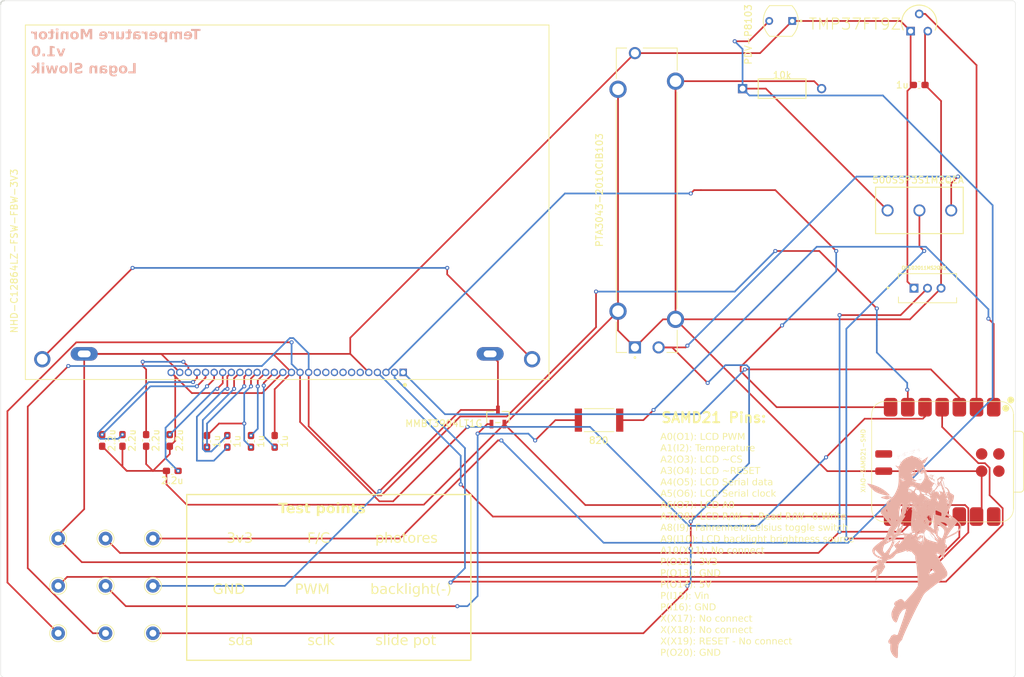
<source format=kicad_pcb>
(kicad_pcb (version 20241229) (generator "pcbnew") (generator_version "9.0")
  (layers (0 "F.Cu" signal) (2 "B.Cu" signal) (13 "F.Paste" user) (15 "B.Paste" user) (5 "F.SilkS" user "F.Silkscreen") (7 "B.SilkS" user "B.Silkscreen") (1 "F.Mask" user) (3 "B.Mask" user) (25 "Edge.Cuts" user))
  (net 0 "")
  (net 1 "GND")
  (net 2 "Net-(DS1-V0)")
  (net 3 "Net-(DS1-V1)")
  (net 4 "Net-(DS1-V2)")
  (net 5 "Net-(DS1-V3)")
  (net 6 "Net-(DS1-V4)")
  (net 8 "Net-(DS1-~{RES})")
  (net 10 "Net-(DS1-C86)")
  (net 12 "Net-(U3-PA4_A1_D1)")
  (net 14 "Net-(DS1-VOUT)")
  (net 15 "Net-(DS1-~{CS1})")
  (net 17 "Net-(DS1-CAP1P)")
  (net 19 "Net-(DS1-A0)")
  (net 20 "Net-(DS1-CAP1N)")
  (net 21 "Net-(DS1-CAP3P)")
  (net 22 "Net-(DS1-CAP2N)")
  (net 23 "Net-(DS1-CAP2P)")
  (net 25 "Net-(DS1-DB7)")
  (net 26 "Net-(DS1-~{WR}{slash}R{slash}W)")
  (net 28 "Net-(U3-PA02_A0_D0)")
  (net 32 "Net-(DS1-DB6)")
  (net 34 "/bc2")
  (net 35 "/bc1")
  (net 36 "Net-(U3-PA7_A8_D8_SCK)")
  (net 37 "Net-(U3-PA5_A9_D9_MISO)")
  (net 38 "Net-(U1-COLLECTOR)")
  (net 39 "Net-(U1-BASE)")
  (footprint "1_my_custom_library:onOffOn" (layer "F.Cu") (at 171.599999 56.5 90)
    (property "Reference" "SW1" (hide yes))
    (property "Value" "500SSP3S1M2QEA" (at 4.5 4.5 0) (layer "F.SilkS"))
    (pad "1" thru_hole circle (at 0 0 90) (size 1.778 1.778) (drill 1.27) (layers "*.Cu" "*.Mask") (net 35 "/bc1"))
    (pad "2" thru_hole circle (at 0 4.700001 90) (size 1.778 1.778) (drill 1.27) (layers "*.Cu" "*.Mask") (net 37 "Net-(U3-PA5_A9_D9_MISO)"))
    (pad "3" thru_hole circle (at 0 9.400001 90) (size 1.778 1.778) (drill 1.27) (layers "*.Cu" "*.Mask") (net 34 "/bc2"))
  )
  (footprint "1_my_custom_library:SOT-23_3L_ONS" (layer "F.Cu") (at 114 87.0414)
    (property "Reference" "U1" (hide yes))
    (property "Value" "MMBT3904LT1G" (at -8 0.9586 0) (layer "F.SilkS"))
    (pad "1" smd rect (at -0.9525 1.0414) (size 0.5588 1.27) (layers "F.Cu" "F.Mask" "F.Paste") (net 39 "Net-(U1-BASE)"))
    (pad "2" smd rect (at 0.9525 1.0414) (size 0.5588 1.27) (layers "F.Cu" "F.Mask" "F.Paste") (net 1 "GND"))
    (pad "3" smd rect (at 0 -1.0414) (size 0.5588 1.27) (layers "F.Cu" "F.Mask" "F.Paste") (net 38 "Net-(U1-COLLECTOR)"))
  )
  (footprint "Capacitor_SMD:C_0603_1608Metric_Pad1.08x0.95mm_HandSolder" (layer "F.Cu") (at 71 90.6375 90)
    (property "Reference" "C10" (hide yes))
    (property "Value" "1u" (at 0 1.43 90) (layer "F.SilkS"))
    (pad "1" smd roundrect (at -0.8625 0 90) (size 1.075 0.95) (layers "F.Cu" "F.Mask" "F.Paste") (net 17 "Net-(DS1-CAP1P)"))
    (pad "2" smd roundrect (at 0.8625 0 90) (size 1.075 0.95) (layers "F.Cu" "F.Mask" "F.Paste") (net 20 "Net-(DS1-CAP1N)"))
  )
  (footprint "Capacitor_SMD:C_0603_1608Metric_Pad1.08x0.95mm_HandSolder" (layer "F.Cu") (at 176.27 37.96 180)
    (property "Reference" "RF_interceptor1" (hide yes))
    (property "Value" "1u" (at 2.5 0 0) (layer "F.SilkS"))
    (pad "1" smd roundrect (at -0.8625 0 180) (size 1.075 0.95) (layers "F.Cu" "F.Mask" "F.Paste") (net 1 "GND"))
    (pad "2" smd roundrect (at 0.8625 0 180) (size 1.075 0.95) (layers "F.Cu" "F.Mask" "F.Paste") (net 10 "Net-(DS1-C86)"))
  )
  (footprint "Capacitor_SMD:C_0603_1608Metric_Pad1.08x0.95mm_HandSolder" (layer "F.Cu") (at 77.5 90.6375 90)
    (property "Reference" "C11" (hide yes))
    (property "Value" "1u" (at 0 1.43 90) (layer "F.SilkS"))
    (pad "1" smd roundrect (at -0.8625 0 90) (size 1.075 0.95) (layers "F.Cu" "F.Mask" "F.Paste") (net 20 "Net-(DS1-CAP1N)"))
    (pad "2" smd roundrect (at 0.8625 0 90) (size 1.075 0.95) (layers "F.Cu" "F.Mask" "F.Paste") (net 21 "Net-(DS1-CAP3P)"))
  )
  (footprint "Connector_Pin:Pin_D1.0mm_L10.0mm" (layer "F.Cu") (at 63 105)
    (property "Reference" "TP3" (hide yes))
    (property "Value" "photoresistor_TP" (hide yes))
    (pad "1" thru_hole circle (at 0 0) (size 2 2) (drill 1) (layers "*.Cu" "*.Mask") (net 35 "/bc1"))
  )
  (footprint "Capacitor_SMD:C_0603_1608Metric_Pad1.08x0.95mm_HandSolder" (layer "F.Cu") (at 62 90.5 90)
    (property "Reference" "C4" (hide yes))
    (property "Value" "2.2u" (at 0 1.43 90) (layer "F.SilkS"))
    (pad "1" smd roundrect (at -0.8625 0 90) (size 1.075 0.95) (layers "F.Cu" "F.Mask" "F.Paste") (net 1 "GND"))
    (pad "2" smd roundrect (at 0.8625 0 90) (size 1.075 0.95) (layers "F.Cu" "F.Mask" "F.Paste") (net 2 "Net-(DS1-V0)"))
  )
  (footprint "Connector_Pin:Pin_D1.0mm_L10.0mm" (layer "F.Cu") (at 49 105)
    (property "Reference" "TP9" (hide yes))
    (property "Value" "3v3_TP" (hide yes))
    (pad "1" thru_hole circle (at 0 0) (size 2 2) (drill 1) (layers "*.Cu" "*.Mask") (net 10 "Net-(DS1-C86)"))
  )
  (footprint "Connector_Pin:Pin_D1.0mm_L10.0mm" (layer "F.Cu") (at 63 112)
    (property "Reference" "TP5" (hide yes))
    (property "Value" "K_TP" (hide yes))
    (pad "1" thru_hole circle (at 0 0) (size 2 2) (drill 1) (layers "*.Cu" "*.Mask") (net 38 "Net-(U1-COLLECTOR)"))
  )
  (footprint "1_my_custom_library:LCD_NHD-C12864LZ-FSW-FBW-3V3" (layer "F.Cu") (at 82.8483 81.497)
    (property "Reference" "DS1" (hide yes))
    (property "Value" "NHD-C12864LZ-FSW-FBW-3V3" (at -40.3483 -18.997 90) (layer "F.SilkS"))
    (pad "1" thru_hole rect (at 17.145 -1.05) (size 1.1 1.1) (drill 0.7) (layers "*.Cu" "*.Mask") (net 15 "Net-(DS1-~{CS1})"))
    (pad "2" thru_hole circle (at 15.875 -1.05) (size 1.1 1.1) (drill 0.7) (layers "*.Cu" "*.Mask") (net 8 "Net-(DS1-~{RES})"))
    (pad "3" thru_hole circle (at 14.605 -1.05) (size 1.1 1.1) (drill 0.7) (layers "*.Cu" "*.Mask") (net 19 "Net-(DS1-A0)"))
    (pad "4" thru_hole circle (at 13.335 -1.05) (size 1.1 1.1) (drill 0.7) (layers "*.Cu" "*.Mask") (net 26 "Net-(DS1-~{WR}{slash}R{slash}W)"))
    (pad "5" thru_hole circle (at 12.065 -1.05) (size 1.1 1.1) (drill 0.7) (layers "*.Cu" "*.Mask") (net 10 "Net-(DS1-C86)"))
    (pad "6" thru_hole circle (at 10.795 -1.05) (size 1.1 1.1) (drill 0.7) (layers "*.Cu" "*.Mask"))
    (pad "7" thru_hole circle (at 9.525 -1.05) (size 1.1 1.1) (drill 0.7) (layers "*.Cu" "*.Mask"))
    (pad "8" thru_hole circle (at 8.255 -1.05) (size 1.1 1.1) (drill 0.7) (layers "*.Cu" "*.Mask"))
    (pad "9" thru_hole circle (at 6.985 -1.05) (size 1.1 1.1) (drill 0.7) (layers "*.Cu" "*.Mask"))
    (pad "10" thru_hole circle (at 5.715 -1.05) (size 1.1 1.1) (drill 0.7) (layers "*.Cu" "*.Mask"))
    (pad "11" thru_hole circle (at 4.445 -1.05) (size 1.1 1.1) (drill 0.7) (layers "*.Cu" "*.Mask"))
    (pad "12" thru_hole circle (at 3.175 -1.05) (size 1.1 1.1) (drill 0.7) (layers "*.Cu" "*.Mask") (net 32 "Net-(DS1-DB6)"))
    (pad "13" thru_hole circle (at 1.905 -1.05) (size 1.1 1.1) (drill 0.7) (layers "*.Cu" "*.Mask") (net 25 "Net-(DS1-DB7)"))
    (pad "14" thru_hole circle (at 0.635 -1.05) (size 1.1 1.1) (drill 0.7) (layers "*.Cu" "*.Mask") (net 10 "Net-(DS1-C86)"))
    (pad "15" thru_hole circle (at -0.635 -1.05) (size 1.1 1.1) (drill 0.7) (layers "*.Cu" "*.Mask") (net 1 "GND"))
    (pad "16" thru_hole circle (at -1.905 -1.05) (size 1.1 1.1) (drill 0.7) (layers "*.Cu" "*.Mask") (net 14 "Net-(DS1-VOUT)"))
    (pad "17" thru_hole circle (at -3.175 -1.05) (size 1.1 1.1) (drill 0.7) (layers "*.Cu" "*.Mask") (net 21 "Net-(DS1-CAP3P)"))
    (pad "18" thru_hole circle (at -4.445 -1.05) (size 1.1 1.1) (drill 0.7) (layers "*.Cu" "*.Mask") (net 20 "Net-(DS1-CAP1N)"))
    (pad "19" thru_hole circle (at -5.715 -1.05) (size 1.1 1.1) (drill 0.7) (layers "*.Cu" "*.Mask") (net 17 "Net-(DS1-CAP1P)"))
    (pad "20" thru_hole circle (at -6.985 -1.05) (size 1.1 1.1) (drill 0.7) (layers "*.Cu" "*.Mask") (net 23 "Net-(DS1-CAP2P)"))
    (pad "21" thru_hole circle (at -8.255 -1.05) (size 1.1 1.1) (drill 0.7) (layers "*.Cu" "*.Mask") (net 22 "Net-(DS1-CAP2N)"))
    (pad "22" thru_hole circle (at -9.525 -1.05) (size 1.1 1.1) (drill 0.7) (layers "*.Cu" "*.Mask") (net 6 "Net-(DS1-V4)"))
    (pad "23" thru_hole circle (at -10.795 -1.05) (size 1.1 1.1) (drill 0.7) (layers "*.Cu" "*.Mask") (net 5 "Net-(DS1-V3)"))
    (pad "24" thru_hole circle (at -12.065 -1.05) (size 1.1 1.1) (drill 0.7) (layers "*.Cu" "*.Mask") (net 4 "Net-(DS1-V2)"))
    (pad "25" thru_hole circle (at -13.335 -1.05) (size 1.1 1.1) (drill 0.7) (layers "*.Cu" "*.Mask") (net 3 "Net-(DS1-V1)"))
    (pad "26" thru_hole circle (at -14.605 -1.05) (size 1.1 1.1) (drill 0.7) (layers "*.Cu" "*.Mask") (net 2 "Net-(DS1-V0)"))
    (pad "27" thru_hole circle (at -15.875 -1.05) (size 1.1 1.1) (drill 0.7) (layers "*.Cu" "*.Mask") (net 10 "Net-(DS1-C86)"))
    (pad "28" thru_hole circle (at -17.145 -1.05) (size 1.1 1.1) (drill 0.7) (layers "*.Cu" "*.Mask") (net 1 "GND"))
    (pad "A" thru_hole oval (at -30 -3.79) (size 4 2) (drill oval 1.9 1) (layers "*.Cu" "*.Mask") (net 10 "Net-(DS1-C86)"))
    (pad "K" thru_hole oval (at 30 -3.79) (size 4 2) (drill oval 1.9 1) (layers "*.Cu" "*.Mask") (net 38 "Net-(U1-COLLECTOR)"))
    (pad "S1" thru_hole circle (at -36.2 -3) (size 2.4 2.4) (drill 1.6) (layers "*.Cu" "*.Mask"))
    (pad "S2" thru_hole circle (at 36.2 -3) (size 2.4 2.4) (drill 1.6) (layers "*.Cu" "*.Mask"))
  )
  (footprint "Connector_Pin:Pin_D1.0mm_L10.0mm" (layer "F.Cu") (at 49 112)
    (property "Reference" "TP1" (hide yes))
    (property "Value" "gnd_TP" (hide yes))
    (pad "1" thru_hole circle (at 0 0) (size 2 2) (drill 1) (layers "*.Cu" "*.Mask") (net 1 "GND"))
  )
  (footprint "Capacitor_SMD:C_0603_1608Metric_Pad1.08x0.95mm_HandSolder" (layer "F.Cu") (at 74 90.6375 90)
    (property "Reference" "C12" (hide yes))
    (property "Value" "1u" (at 0 1.43 90) (layer "F.SilkS"))
    (pad "1" smd roundrect (at -0.8625 0 90) (size 1.075 0.95) (layers "F.Cu" "F.Mask" "F.Paste") (net 22 "Net-(DS1-CAP2N)"))
    (pad "2" smd roundrect (at 0.8625 0 90) (size 1.075 0.95) (layers "F.Cu" "F.Mask" "F.Paste") (net 23 "Net-(DS1-CAP2P)"))
  )
  (footprint "Capacitor_SMD:C_0603_1608Metric_Pad1.08x0.95mm_HandSolder" (layer "F.Cu") (at 58.5 90.5 90)
    (property "Reference" "C5" (hide yes))
    (property "Value" "2.2u" (at 0 1.43 90) (layer "F.SilkS"))
    (pad "1" smd roundrect (at -0.8625 0 90) (size 1.075 0.95) (layers "F.Cu" "F.Mask" "F.Paste") (net 1 "GND"))
    (pad "2" smd roundrect (at 0.8625 0 90) (size 1.075 0.95) (layers "F.Cu" "F.Mask" "F.Paste") (net 3 "Net-(DS1-V1)"))
  )
  (footprint "Connector_Pin:Pin_D1.0mm_L10.0mm" (layer "F.Cu") (at 63 119)
    (property "Reference" "TP2" (hide yes))
    (property "Value" "pot_TP" (hide yes))
    (pad "1" thru_hole circle (at 0 0) (size 2 2) (drill 1) (layers "*.Cu" "*.Mask") (net 34 "/bc2"))
  )
  (footprint "1_my_custom_library:RESC6332X65N" (layer "F.Cu") (at 128.945 87.5 180)
    (property "Reference" "R4" (hide yes))
    (property "Value" "820" (at 0.055 -3 180) (layer "F.SilkS"))
    (pad "1" smd rect (at -3.055 0 180) (size 1.07 3.42) (layers "F.Cu" "F.Mask" "F.Paste") (net 28 "Net-(U3-PA02_A0_D0)"))
    (pad "2" smd rect (at 3.055 0 180) (size 1.07 3.42) (layers "F.Cu" "F.Mask" "F.Paste") (net 39 "Net-(U1-BASE)"))
  )
  (footprint "1_my_custom_library:slide_potentiometer" (layer "F.Cu") (at 136 55 90)
    (property "Reference" "R1" (hide yes))
    (property "Value" "PTA3043-2010CIB103" (at 1.5 -7 90) (layer "F.SilkS"))
    (pad "1" thru_hole rect (at -21.75 -1.75 90) (size 1.8 1.8) (drill 1.2) (layers "*.Cu" "*.Mask") (net 1 "GND"))
    (pad "2" thru_hole circle (at -21.75 1.75 90) (size 1.8 1.8) (drill 1.2) (layers "*.Cu" "*.Mask") (net 34 "/bc2"))
    (pad "3" thru_hole circle (at 21.75 -1.75 90) (size 1.8 1.8) (drill 1.2) (layers "*.Cu" "*.Mask") (net 10 "Net-(DS1-C86)"))
    (pad "SH1" thru_hole circle (at -16.4 -4.25 90) (size 2.55 2.55) (drill 1.7) (layers "*.Cu" "*.Mask") (net 1 "GND"))
    (pad "SH2" thru_hole circle (at -17.6 4.25 90) (size 2.55 2.55) (drill 1.7) (layers "*.Cu" "*.Mask") (net 1 "GND"))
    (pad "SH3" thru_hole circle (at 16.4 -4.25 90) (size 2.55 2.55) (drill 1.7) (layers "*.Cu" "*.Mask") (net 1 "GND"))
    (pad "SH4" thru_hole circle (at 17.6 4.25 90) (size 2.55 2.55) (drill 1.7) (layers "*.Cu" "*.Mask") (net 1 "GND"))
  )
  (footprint "Capacitor_SMD:C_0603_1608Metric_Pad1.08x0.95mm_HandSolder" (layer "F.Cu") (at 65.8625 95)
    (property "Reference" "C7" (hide yes))
    (property "Value" "2.2u" (at 0 1.43 0) (layer "F.SilkS"))
    (pad "1" smd roundrect (at -0.8625 0) (size 1.075 0.95) (layers "F.Cu" "F.Mask" "F.Paste") (net 1 "GND"))
    (pad "2" smd roundrect (at 0.8625 0) (size 1.075 0.95) (layers "F.Cu" "F.Mask" "F.Paste") (net 5 "Net-(DS1-V3)"))
  )
  (footprint "1_my_custom_library:XIAO-SAMD21-SMD" (layer "F.Cu") (at 169.1617 84.753 -90)
    (property "Reference" "U3" (hide yes))
    (property "Value" "XIAO-SAMD21-SMD" (at 8.747 1.1617 270) (layer "F.SilkS") (effects (font (size 0.635 0.635) (thickness 0.1016) (bold yes))))
    (pad "1" smd roundrect (at 0.835 -18.12 270) (size 2.75 2) (layers "F.Cu" "F.Mask" "F.Paste") (net 28 "Net-(U3-PA02_A0_D0)"))
    (pad "2" smd roundrect (at 0.835 -15.58 270) (size 2.75 2) (layers "F.Cu" "F.Mask" "F.Paste") (net 12 "Net-(U3-PA4_A1_D1)"))
    (pad "3" smd roundrect (at 0.835 -13.04 270) (size 2.75 2) (layers "F.Cu" "F.Mask" "F.Paste") (net 15 "Net-(DS1-~{CS1})"))
    (pad "4" smd roundrect (at 0.835 -10.5 270) (size 2.75 2) (layers "F.Cu" "F.Mask" "F.Paste") (net 8 "Net-(DS1-~{RES})"))
    (pad "5" smd roundrect (at 0.835 -7.96 270) (size 2.75 2) (layers "F.Cu" "F.Mask" "F.Paste") (net 25 "Net-(DS1-DB7)"))
    (pad "6" smd roundrect (at 0.835 -5.42 270) (size 2.75 2) (layers "F.Cu" "F.Mask" "F.Paste") (net 32 "Net-(DS1-DB6)"))
    (pad "7" smd roundrect (at 0.835 -2.88 270) (size 2.75 2) (layers "F.Cu" "F.Mask" "F.Paste") (net 19 "Net-(DS1-A0)"))
    (pad "8" smd roundrect (at 17 -2.88 270) (size 2.75 2) (layers "F.Cu" "F.Mask" "F.Paste") (net 26 "Net-(DS1-~{WR}{slash}R{slash}W)"))
    (pad "9" smd roundrect (at 17 -5.42 270) (size 2.75 2) (layers "F.Cu" "F.Mask" "F.Paste") (net 36 "Net-(U3-PA7_A8_D8_SCK)"))
    (pad "10" smd roundrect (at 17 -7.96 270) (size 2.75 2) (layers "F.Cu" "F.Mask" "F.Paste") (net 37 "Net-(U3-PA5_A9_D9_MISO)"))
    (pad "11" smd roundrect (at 17 -10.5 270) (size 2.75 2) (layers "F.Cu" "F.Mask" "F.Paste"))
    (pad "12" smd roundrect (at 17 -13.04 270) (size 2.75 2) (layers "F.Cu" "F.Mask" "F.Paste") (net 10 "Net-(DS1-C86)"))
    (pad "13" smd roundrect (at 17 -15.58 270) (size 2.75 2) (layers "F.Cu" "F.Mask" "F.Paste") (net 1 "GND"))
    (pad "14" smd roundrect (at 17 -18.12 270) (size 2.75 2) (layers "F.Cu" "F.Mask" "F.Paste"))
    (pad "15" smd roundrect (at 7.747 -1.8603) (size 2.5 1.1) (layers "F.Cu" "F.Mask" "F.Paste"))
    (pad "16" smd roundrect (at 10.287 -1.8603) (size 2.5 1.1) (layers "F.Cu" "F.Mask" "F.Paste") (net 1 "GND"))
    (pad "17" smd circle (at 7.747 -18.8783 270) (size 1.7 1.7) (layers "F.Cu" "F.Mask" "F.Paste"))
    (pad "18" smd circle (at 10.287 -18.8783 270) (size 1.7 1.7) (layers "F.Cu" "F.Mask" "F.Paste"))
    (pad "19" smd circle (at 7.747 -16.3383 270) (size 1.7 1.7) (layers "F.Cu" "F.Mask" "F.Paste"))
    (pad "20" smd circle (at 10.287 -16.3383 270) (size 1.7 1.7) (layers "F.Cu" "F.Mask" "F.Paste") (net 1 "GND"))
  )
  (footprint "1_my_custom_library:YAG_MF25_YAG" (layer "F.Cu") (at 150.158 38.5)
    (property "Reference" "R3" (hide yes))
    (property "Value" "10k" (at 5.842 -2 0) (layer "F.SilkS"))
    (pad "1" thru_hole rect (at 0 0) (size 1.3716 1.3716) (drill 0.8636) (layers "*.Cu" "*.Mask") (net 35 "/bc1"))
    (pad "2" thru_hole circle (at 11.684 0) (size 1.3716 1.3716) (drill 0.8636) (layers "*.Cu" "*.Mask") (net 1 "GND"))
  )
  (footprint "Capacitor_SMD:C_0603_1608Metric_Pad1.08x0.95mm_HandSolder" (layer "F.Cu") (at 81 90.6375 90)
    (property "Reference" "C9" (hide yes))
    (property "Value" "1u" (at 0 1.43 90) (layer "F.SilkS"))
    (pad "1" smd roundrect (at -0.8625 0 90) (size 1.075 0.95) (layers "F.Cu" "F.Mask" "F.Paste") (net 14 "Net-(DS1-VOUT)"))
    (pad "2" smd roundrect (at 0.8625 0 90) (size 1.075 0.95) (layers "F.Cu" "F.Mask" "F.Paste") (net 10 "Net-(DS1-C86)"))
  )
  (footprint "Connector_Pin:Pin_D1.0mm_L10.0mm" (layer "F.Cu") (at 56 112)
    (property "Reference" "TP4" (hide yes))
    (property "Value" "PWM_TP" (hide yes))
    (pad "1" thru_hole circle (at 0 0) (size 2 2) (drill 1) (layers "*.Cu" "*.Mask") (net 39 "Net-(U1-BASE)"))
  )
  (footprint "Connector_Pin:Pin_D1.0mm_L10.0mm" (layer "F.Cu") (at 56 119)
    (property "Reference" "TP6" (hide yes))
    (property "Value" "SCL_TP" (hide yes))
    (pad "1" thru_hole circle (at 0 0) (size 2 2) (drill 1) (layers "*.Cu" "*.Mask") (net 32 "Net-(DS1-DB6)"))
  )
  (footprint "Connector_Pin:Pin_D1.0mm_L10.0mm" (layer "F.Cu") (at 56 105)
    (property "Reference" "TP8" (hide yes))
    (property "Value" "fahrenheit_celsius_TP" (hide yes))
    (pad "1" thru_hole circle (at 0 0) (size 2 2) (drill 1) (layers "*.Cu" "*.Mask") (net 36 "Net-(U3-PA7_A8_D8_SCK)"))
  )
  (footprint "1_my_custom_library:slideSwitch" (layer "F.Cu") (at 177.5 68)
    (property "Reference" "S1" (hide yes))
    (property "Value" "OS102011MS2QN1" (at -0.5 -3 0) (layer "F.SilkS") (effects (font (size 0.48092 0.48092) (thickness 0.12023))))
    (pad "" np_thru_hole circle (at -4.1 0) (size 1.5 1.5) (drill 1.5) (layers "*.Cu" "*.Mask"))
    (pad "" np_thru_hole circle (at 4.1 0) (size 1.5 1.5) (drill 1.5) (layers "*.Cu" "*.Mask"))
    (pad "1" thru_hole rect (at -2 0) (size 1.308 1.308) (drill 0.8) (layers "*.Cu" "*.Mask") (net 10 "Net-(DS1-C86)"))
    (pad "2" thru_hole circle (at 0 0) (size 1.308 1.308) (drill 0.8) (layers "*.Cu" "*.Mask") (net 36 "Net-(U3-PA7_A8_D8_SCK)"))
    (pad "3" thru_hole circle (at 2 0) (size 1.308 1.308) (drill 0.8) (layers "*.Cu" "*.Mask") (net 1 "GND"))
  )
  (footprint "Capacitor_SMD:C_0603_1608Metric_Pad1.08x0.95mm_HandSolder" (layer "F.Cu") (at 65.5 90.5 90)
    (property "Reference" "C8" (hide yes))
    (property "Value" "2.2u" (at 0 1.43 90) (layer "F.SilkS"))
    (pad "1" smd roundrect (at -0.8625 0 90) (size 1.075 0.95) (layers "F.Cu" "F.Mask" "F.Paste") (net 1 "GND"))
    (pad "2" smd roundrect (at 0.8625 0 90) (size 1.075 0.95) (layers "F.Cu" "F.Mask" "F.Paste") (net 6 "Net-(DS1-V4)"))
  )
  (footprint "1_my_custom_library:photoresistor" (layer "F.Cu") (at 155.8 28.5 180)
    (property "Reference" "R2" (hide yes))
    (property "Value" "PDV-P8103" (at 4.8 -2 270) (layer "F.SilkS") (effects (font (size 1.002118 1.002118))))
    (pad "1" thru_hole rect (at -1.7 0 180) (size 1.158 1.158) (drill 0.65) (layers "*.Cu" "*.Mask") (net 10 "Net-(DS1-C86)"))
    (pad "2" thru_hole circle (at 1.7 0 180) (size 1.158 1.158) (drill 0.65) (layers "*.Cu" "*.Mask") (net 35 "/bc1"))
  )
  (footprint "Connector_Pin:Pin_D1.0mm_L10.0mm" (layer "F.Cu") (at 49 119)
    (property "Reference" "TP7" (hide yes))
    (property "Value" "SI_TP" (hide yes))
    (pad "1" thru_hole circle (at 0 0) (size 2 2) (drill 1) (layers "*.Cu" "*.Mask") (net 25 "Net-(DS1-DB7)"))
  )
  (footprint "1_my_custom_library:TMP37FT9Z" (layer "F.Cu") (at 177.54 27.46)
    (property "Reference" "U5" (hide yes))
    (property "Value" "TMP37FT9Z" (at -10.77 1.5 0) (layer "F.SilkS") (effects (font (size 1.64026 1.64026))))
    (pad "1" thru_hole rect (at -2.54 2.54) (size 1.27 1.27) (drill 0.762) (layers "*.Cu" "*.Mask") (net 10 "Net-(DS1-C86)"))
    (pad "2" thru_hole circle (at -1.27 0) (size 1.27 1.27) (drill 0.762) (layers "*.Cu" "*.Mask") (net 12 "Net-(U3-PA4_A1_D1)"))
    (pad "3" thru_hole circle (at 0 2.54) (size 1.27 1.27) (drill 0.762) (layers "*.Cu" "*.Mask") (net 1 "GND"))
  )
  (footprint "Capacitor_SMD:C_0603_1608Metric_Pad1.08x0.95mm_HandSolder" (layer "F.Cu") (at 55.5 90.5 90)
    (property "Reference" "C6" (hide yes))
    (property "Value" "2.2u" (at 0 1.43 90) (layer "F.SilkS"))
    (pad "1" smd roundrect (at -0.8625 0 90) (size 1.075 0.95) (layers "F.Cu" "F.Mask" "F.Paste") (net 1 "GND"))
    (pad "2" smd roundrect (at 0.8625 0 90) (size 1.075 0.95) (layers "F.Cu" "F.Mask" "F.Paste") (net 4 "Net-(DS1-V2)"))
  )
  (footprint "LOGO" (layer "B.Cu") (at 175.5 107 180)
    (property "Reference" "G***" (at 0 0 0) (layer "B.SilkS") (effects (font (size 1.5 1.5) (thickness 0.3)) (justify mirror)))
    (property "Value" "LOGO" (hide yes))
  )
  (gr_rect (start 68 98.5) (end 110 123) (stroke (width 0.2)) (fill no) (layer "F.SilkS"))
  (gr_line (start 190.5 125) (end 190.5 26) (stroke (width 0.05)) (layer "Edge.Cuts"))
  (gr_line (start 190 25.5) (end 41 25.5) (stroke (width 0.05)) (layer "Edge.Cuts"))
  (gr_line (start 41 125.5) (end 190 125.5) (stroke (width 0.05)) (layer "Edge.Cuts"))
  (gr_arc (start 190.5 125) (mid 190.353553 125.353553) (end 190 125.5) (stroke (width 0.05)) (layer "Edge.Cuts"))
  (gr_line (start 40.5 26) (end 40.5 125) (stroke (width 0.05)) (layer "Edge.Cuts"))
  (gr_arc (start 190 25.5) (mid 190.353553 25.646447) (end 190.5 26) (stroke (width 0.05)) (layer "Edge.Cuts"))
  (gr_arc (start 41 125.5) (mid 40.646447 125.353553) (end 40.5 125) (stroke (width 0.05)) (layer "Edge.Cuts"))
  (gr_arc (start 40.5 26) (mid 40.646447 25.646447) (end 41 25.5) (stroke (width 0.2)) (layer "Edge.Cuts"))
  (gr_text "SAMD21 Pins:" (at 138 88 0) (layer "F.SilkS") (effects (font (size 1.5 1.5) (thickness 0.3) (bold yes)) (justify left bottom)))
  (gr_text "A0(O1): LCD PWM\nA1(I2): Temperature\nA2(O3): LCD ~CS\nA3(O4): LCD ~RESET\nA4(O5): LCD Serial data\nA5(O6): LCD Serial clock\nA6(O7): LCD A0\nA7(O8): LCD R/W=1:Read R/W=0:Write\nA8(I9): Fahrenheit/Celsius toggle switch\nA9(I10): LCD backlight brightness source\nA10(X11): No connect\nP(O12): 3V3\nP(O13): GND\nP(O14): 5V\nP(I15): Vin\nP(I16): GND\nX(X17): No connect\nX(X18): No connect\nX(X19): RESET - No connect\nP(O20): GND" (at 138 122.5 0) (layer "F.SilkS") (effects (font (size 1 1) (thickness 0.1875) (italic yes)) (justify left bottom)))
  (gr_text "3v3            F/C          photores\n\n\nGND           PWM         backlight(-)\n\n\nsda            sclk         slide pot\n" (at 89.5 121 0) (layer "F.SilkS") (effects (font (size 1.5 1.5) (thickness 0.1875) (italic yes)) (justify bottom)))
  (gr_text "Test points" (at 81.5 101.5 0) (layer "F.SilkS") (effects (font (size 1.5 1.5) (thickness 0.3) (bold yes)) (justify left bottom)))
  (gr_text "Temperature Monitor\nv1.0\nLogan Slowik" (at 45 36.5 0) (layer "B.SilkS") (effects (font (size 1.5 1.5) (thickness 0.3) (bold yes)) (justify right bottom mirror)))
  (segment (start 46.6483 78.497) (end 46.6483 78.3517) (width 0.25) (layer "F.Cu") (net 0))
  (segment (start 106.5 65) (end 106.5 65.9487) (width 0.25) (layer "F.Cu") (net 0))
  (segment (start 106.5 65.9487) (end 119.0483 78.497) (width 0.25) (layer "F.Cu") (net 0))
  (segment (start 46.6483 78.3517) (end 60 65) (width 0.25) (layer "F.Cu") (net 0))
  (via (at 106.5 65) (size 0.6) (drill 0.3) (layers "F.Cu" "B.Cu") (net 0))
  (via (at 60 65) (size 0.6) (drill 0.3) (layers "F.Cu" "B.Cu") (net 0))
  (segment (start 60 65) (end 106.5 65) (width 0.25) (layer "B.Cu") (net 0))
  (segment (start 114.9525 88.0828) (end 103.0353 100) (width 0.25) (layer "F.Cu") (net 1))
  (segment (start 68.7563 83.5) (end 79.1603 83.5) (width 0.25) (layer "F.Cu") (net 1))
  (segment (start 62 91.3625) (end 62 94) (width 0.25) (layer "F.Cu") (net 1))
  (segment (start 162.69 95.04) (end 140.25 72.6) (width 0.25) (layer "F.Cu") (net 1))
  (segment (start 140.25 72.6) (end 138.4 72.6) (width 0.25) (layer "F.Cu") (net 1))
  (segment (start 63 95) (end 59.1375 95) (width 0.25) (layer "F.Cu") (net 1))
  (segment (start 65.5 91.3625) (end 65.5 92.5) (width 0.25) (layer "F.Cu") (net 1))
  (segment (start 50.326 110.674) (end 49 112) (width 0.25) (layer "F.Cu") (net 1))
  (segment (start 131.75 71.4) (end 115.0672 88.0828) (width 0.25) (layer "F.Cu") (net 1))
  (segment (start 114.9525 88.0828) (end 126.9217 100.052) (width 0.25) (layer "F.Cu") (net 1))
  (segment (start 183.5277 104.11011) (end 176.96381 110.674) (width 0.25) (layer "F.Cu") (net 1))
  (segment (start 140.25 37.4) (end 160.742 37.4) (width 0.25) (layer "F.Cu") (net 1))
  (segment (start 131.75 74.25) (end 134.25 76.75) (width 0.25) (layer "F.Cu") (net 1))
  (segment (start 131.75 71.4) (end 131.75 74.25) (width 0.25) (layer "F.Cu") (net 1))
  (segment (start 65.5 92.5) (end 63 95) (width 0.25) (layer "F.Cu") (net 1))
  (segment (start 177.1325 37.96) (end 179.5 40.3275) (width 0.25) (layer "F.Cu") (net 1))
  (segment (start 183.051112 100.052) (end 183.5277 100.528588) (width 0.25) (layer "F.Cu") (net 1))
  (segment (start 140.25 37.4) (end 140.25 72.6) (width 0.25) (layer "F.Cu") (net 1))
  (segment (start 79.1603 83.5) (end 82.2133 80.447) (width 0.25) (layer "F.Cu") (net 1))
  (segment (start 58.5 94.3625) (end 59.06875 94.93125) (width 0.25) (layer "F.Cu") (net 1))
  (segment (start 62 94) (end 63 95) (width 0.25) (layer "F.Cu") (net 1))
  (segment (start 160.742 37.4) (end 161.842 38.5) (width 0.25) (layer "F.Cu") (net 1))
  (segment (start 65.5 91.3625) (end 66.301 90.5615) (width 0.25) (layer "F.Cu") (net 1))
  (segment (start 185.5 95.04) (end 171.022 95.04) (width 0.25) (layer "F.Cu") (net 1))
  (segment (start 66.301 81.0447) (end 65.7033 80.447) (width 0.25) (layer "F.Cu") (net 1))
  (segment (start 103.0353 100) (end 68 100) (width 0.25) (layer "F.Cu") (net 1))
  (segment (start 138.4 72.6) (end 134.25 76.75) (width 0.25) (layer "F.Cu") (net 1))
  (segment (start 131.75 71.4) (end 131.75 38.6) (width 0.25) (layer "F.Cu") (net 1))
  (segment (start 179.5 40.3275) (end 179.5 68) (width 0.25) (layer "F.Cu") (net 1))
  (segment (start 68 100) (end 65 97) (width 0.25) (layer "F.Cu") (net 1))
  (segment (start 179.5 68) (end 174.9 72.6) (width 0.25) (layer "F.Cu") (net 1))
  (segment (start 126.9217 100.052) (end 183.051112 100.052) (width 0.25) (layer "F.Cu") (net 1))
  (segment (start 185.5 100.9947) (end 184.7417 101.753) (width 0.25) (layer "F.Cu") (net 1))
  (segment (start 171.022 95.04) (end 162.69 95.04) (width 0.25) (layer "F.Cu") (net 1))
  (segment (start 185.5 95.04) (end 185.5 100.9947) (width 0.25) (layer "F.Cu") (net 1))
  (segment (start 176.96381 110.674) (end 50.326 110.674) (width 0.25) (layer "F.Cu") (net 1))
  (segment (start 59.06875 94.93125) (end 55.5 91.3625) (width 0.25) (layer "F.Cu") (net 1))
  (segment (start 65 95) (end 63 95) (width 0.25) (layer "F.Cu") (net 1))
  (segment (start 59.1375 95) (end 59.06875 94.93125) (width 0.25) (layer "F.Cu") (net 1))
  (segment (start 115.0672 88.0828) (end 114.9525 88.0828) (width 0.25) (layer "F.Cu") (net 1))
  (segment (start 177.1325 30.4075) (end 177.54 30) (width 0.25) (layer "F.Cu") (net 1))
  (segment (start 65.7033 80.447) (end 68.7563 83.5) (width 0.25) (layer "F.Cu") (net 1))
  (segment (start 177.1325 37.96) (end 177.1325 30.4075) (width 0.25) (layer "F.Cu") (net 1))
  (segment (start 174.9 72.6) (end 140.25 72.6) (width 0.25) (layer "F.Cu") (net 1))
  (segment (start 183.5277 100.528588) (end 183.5277 104.11011) (width 0.25) (layer "F.Cu") (net 1))
  (segment (start 58.5 91.3625) (end 58.5 94.3625) (width 0.25) (layer "F.Cu") (net 1))
  (segment (start 65 97) (end 65 95) (width 0.25) (layer "F.Cu") (net 1))
  (segment (start 66.301 90.5615) (end 66.301 81.0447) (width 0.25) (layer "F.Cu") (net 1))
  (segment (start 68.2433 79.6183) (end 67.5 78.875) (width 0.25) (layer "F.Cu") (net 2))
  (segment (start 68.2433 80.447) (end 68.2433 79.6183) (width 0.25) (layer "F.Cu") (net 2))
  (segment (start 62 80) (end 62 89.6375) (width 0.25) (layer "F.Cu") (net 2))
  (segment (start 61.5 78.875) (end 61.5 79.5) (width 0.25) (layer "F.Cu") (net 2))
  (segment (start 61.5 79.5) (end 62 80) (width 0.25) (layer "F.Cu") (net 2))
  (via (at 67.5 78.875) (size 0.6) (drill 0.3) (layers "F.Cu" "B.Cu") (net 2))
  (via (at 61.5 78.875) (size 0.6) (drill 0.3) (layers "F.Cu" "B.Cu") (net 2))
  (segment (start 67.5 78.875) (end 61.5 78.875) (width 0.25) (layer "B.Cu") (net 2))
  (segment (start 69.5133 80.447) (end 69.5133 81.296013) (width 0.25) (layer "F.Cu") (net 3))
  (segment (start 69.5133 81.296013) (end 68.934313 81.875) (width 0.25) (layer "F.Cu") (net 3))
  (via (at 68.934313 81.875) (size 0.6) (drill 0.3) (layers "F.Cu" "B.Cu") (net 3))
  (via (at 58.5 89.6375) (size 0.6) (drill 0.3) (layers "F.Cu" "B.Cu") (net 3))
  (segment (start 54.874 89.378202) (end 54.874 89.896798) (width 0.25) (layer "B.Cu") (net 3))
  (segment (start 55.240702 90.2635) (end 57.874 90.2635) (width 0.25) (layer "B.Cu") (net 3))
  (segment (start 62.377202 81.875) (end 54.874 89.378202) (width 0.25) (layer "B.Cu") (net 3))
  (segment (start 54.874 89.896798) (end 55.240702 90.2635) (width 0.25) (layer "B.Cu") (net 3))
  (segment (start 57.874 90.2635) (end 58.5 89.6375) (width 0.25) (layer "B.Cu") (net 3))
  (segment (start 68.934313 81.875) (end 62.377202 81.875) (width 0.25) (layer "B.Cu") (net 3))
  (segment (start 70.7833 80.447) (end 70.7833 81.2167) (width 0.25) (layer "F.Cu") (net 4))
  (segment (start 70.7833 81.2167) (end 69.5 82.5) (width 0.25) (layer "F.Cu") (net 4))
  (via (at 69.5 82.5) (size 0.6) (drill 0.3) (layers "F.Cu" "B.Cu") (net 4))
  (via (at 55.5 89.6375) (size 0.6) (drill 0.3) (layers "F.Cu" "B.Cu") (net 4))
  (segment (start 62.6375 82.5) (end 55.5 89.6375) (width 0.25) (layer "B.Cu") (net 4))
  (segment (start 69.5 82.5) (end 62.6375 82.5) (width 0.25) (layer "B.Cu") (net 4))
  (segment (start 72.0533 80.447) (end 72.0533 81.4467) (width 0.25) (layer "F.Cu") (net 5))
  (segment (start 72.0533 81.4467) (end 71 82.5) (width 0.25) (layer "F.Cu") (net 5))
  (via (at 71 82.5) (size 0.6) (drill 0.3) (layers "F.Cu" "B.Cu") (net 5))
  (via (at 66.725 95) (size 0.6) (drill 0.3) (layers "F.Cu" "B.Cu") (net 5))
  (segment (start 71 82.5) (end 64.874 88.626) (width 0.25) (layer "B.Cu") (net 5))
  (segment (start 64.874 93.149) (end 66.725 95) (width 0.25) (layer "B.Cu") (net 5))
  (segment (start 64.874 88.626) (end 64.874 93.149) (width 0.25) (layer "B.Cu") (net 5))
  (segment (start 73.3233 80.447) (end 73.3233 82.0517) (width 0.25) (layer "F.Cu") (net 6))
  (segment (start 73.3233 82.0517) (end 72.5 82.875) (width 0.25) (layer "F.Cu") (net 6))
  (via (at 65.5 89.6375) (size 0.6) (drill 0.3) (layers "F.Cu" "B.Cu") (net 6))
  (via (at 72.5 82.875) (size 0.6) (drill 0.3) (layers "F.Cu" "B.Cu") (net 6))
  (segment (start 72.5 82.875) (end 72.2625 82.875) (width 0.25) (layer "B.Cu") (net 6))
  (segment (start 72.2625 82.875) (end 65.5 89.6375) (width 0.25) (layer "B.Cu") (net 6))
  (segment (start 185.987116 93.864) (end 186.676 94.552884) (width 0.25) (layer "F.Cu") (net 8))
  (segment (start 186.676 98.596888) (end 188.6077 100.528588) (width 0.25) (layer "F.Cu") (net 8))
  (segment (start 188.6077 102.977412) (end 180.211112 111.374) (width 0.25) (layer "F.Cu") (net 8))
  (segment (start 186.676 94.552884) (end 186.676 98.596888) (width 0.25) (layer "F.Cu") (net 8))
  (segment (start 107.126 111.374) (end 107 111.5) (width 0.25) (layer "F.Cu") (net 8))
  (segment (start 188.6077 100.528588) (end 188.6077 102.977412) (width 0.25) (layer "F.Cu") (net 8))
  (segment (start 180.211112 111.374) (end 107.126 111.374) (width 0.25) (layer "F.Cu") (net 8))
  (segment (start 179.6617 85.588) (end 179.6617 88.512816) (width 0.25) (layer "F.Cu") (net 8))
  (segment (start 179.6617 88.512816) (end 185.012884 93.864) (width 0.25) (layer "F.Cu") (net 8))
  (segment (start 185.012884 93.864) (end 185.987116 93.864) (width 0.25) (layer "F.Cu") (net 8))
  (via (at 107 111.5) (size 0.6) (drill 0.3) (layers "F.Cu" "B.Cu") (net 8))
  (segment (start 109.126 109.374) (end 109.126 91.627517) (width 0.25) (layer "B.Cu") (net 8))
  (segment (start 109.126 91.627517) (end 98.7233 81.224817) (width 0.25) (layer "B.Cu") (net 8))
  (segment (start 107 111.5) (end 109.126 109.374) (width 0.25) (layer "B.Cu") (net 8))
  (segment (start 98.7233 81.224817) (end 98.7233 80.447) (width 0.25) (layer "B.Cu") (net 8))
  (segment (start 80.7433 77.707) (end 83.4833 80.447) (width 0.25) (layer "F.Cu") (net 10))
  (segment (start 81 82.9303) (end 83.4833 80.447) (width 0.25) (layer "F.Cu") (net 10))
  (segment (start 152.75 33.25) (end 157.5 28.5) (width 0.25) (layer "F.Cu") (net 10))
  (segment (start 64.2333 77.707) (end 66.9733 80.447) (width 0.25) (layer "F.Cu") (net 10))
  (segment (start 52.8483 77.707) (end 64.2333 77.707) (width 0.25) (layer "F.Cu") (net 10))
  (segment (start 182.2017 101.753) (end 182.2017 104.7983) (width 0.25) (layer "F.Cu") (net 10))
  (segment (start 52.8483 77.707) (end 80.7433 77.707) (width 0.25) (layer "F.Cu") (net 10))
  (segment (start 49 105) (end 49 104.5) (width 0.25) (layer "F.Cu") (net 10))
  (segment (start 134.25 33.25) (end 152.75 33.25) (width 0.25) (layer "F.Cu") (net 10))
  (segment (start 92.1733 75.3267) (end 134.25 33.25) (width 0.25) (layer "F.Cu") (net 10))
  (segment (start 178.5 108.5) (end 52.5 108.5) (width 0.25) (layer "F.Cu") (net 10))
  (segment (start 52.5 108.5) (end 49 105) (width 0.25) (layer "F.Cu") (net 10))
  (segment (start 182.2017 104.7983) (end 178.5 108.5) (width 0.25) (layer "F.Cu") (net 10))
  (segment (start 92.1733 77.707) (end 92.1733 75.3267) (width 0.25) (layer "F.Cu") (net 10))
  (segment (start 175 37.5525) (end 175.4075 37.96) (width 0.25) (layer "F.Cu") (net 10))
  (segment (start 174.526 67.026) (end 175.5 68) (width 0.25) (layer "F.Cu") (net 10))
  (segment (start 80.7433 77.707) (end 92.1733 77.707) (width 0.25) (layer "F.Cu") (net 10))
  (segment (start 92.1733 77.707) (end 94.9133 80.447) (width 0.25) (layer "F.Cu") (net 10))
  (segment (start 175 30) (end 175 37.5525) (width 0.25) (layer "F.Cu") (net 10))
  (segment (start 52.8483 100.6517) (end 52.8483 77.707) (width 0.25) (layer "F.Cu") (net 10))
  (segment (start 175.4075 37.96) (end 174.526 38.8415) (width 0.25) (layer "F.Cu") (net 10))
  (segment (start 157.5 28.5) (end 173.5 28.5) (width 0.25) (layer "F.Cu") (net 10))
  (segment (start 174.526 38.8415) (end 174.526 67.026) (width 0.25) (layer "F.Cu") (net 10))
  (segment (start 49 104.5) (end 52.8483 100.6517) (width 0.25) (layer "F.Cu") (net 10))
  (segment (start 81 89.775) (end 81 82.9303) (width 0.25) (layer "F.Cu") (net 10))
  (segment (start 173.5 28.5) (end 175 30) (width 0.25) (layer "F.Cu") (net 10))
  (segment (start 184.7417 35.033675) (end 184.7417 85.588) (width 0.25) (layer "F.Cu") (net 12))
  (segment (start 176.27 27.46) (end 177.168025 27.46) (width 0.25) (layer "F.Cu") (net 12))
  (segment (start 177.168025 27.46) (end 184.7417 35.033675) (width 0.25) (layer "F.Cu") (net 12))
  (segment (start 79.388208 82.002092) (end 79.388208 82.388208) (width 0.25) (layer "F.Cu") (net 14))
  (segment (start 80.9433 80.447) (end 79.388208 82.002092) (width 0.25) (layer "F.Cu") (net 14))
  (via (at 81 91.5) (size 0.6) (drill 0.3) (layers "F.Cu" "B.Cu") (net 14))
  (via (at 79.388208 82.388208) (size 0.6) (drill 0.3) (layers "F.Cu" "B.Cu") (net 14))
  (segment (start 79.388208 89.888208) (end 81 91.5) (width 0.25) (layer "B.Cu") (net 14))
  (segment (start 79.388208 82.388208) (end 79.388208 89.888208) (width 0.25) (layer "B.Cu") (net 14))
  (segment (start 177.9887 80) (end 150.5 80) (width 0.25) (layer "F.Cu") (net 15))
  (segment (start 182.2017 84.213) (end 177.9887 80) (width 0.25) (layer "F.Cu") (net 15))
  (segment (start 182.2017 85.588) (end 182.2017 84.213) (width 0.25) (layer "F.Cu") (net 15))
  (via (at 150.5 80) (size 0.6) (drill 0.3) (layers "F.Cu" "B.Cu") (net 15))
  (segment (start 106.1723 86.626) (end 99.9933 80.447) (width 0.25) (layer "B.Cu") (net 15))
  (segment (start 150.5 80) (end 143.874 86.626) (width 0.25) (layer "B.Cu") (net 15))
  (segment (start 143.874 86.626) (end 106.1723 86.626) (width 0.25) (layer "B.Cu") (net 15))
  (segment (start 77.1333 80.447) (end 76.5 81.0803) (width 0.25) (layer "F.Cu") (net 17))
  (segment (start 76.5 81.0803) (end 76.5 82.5) (width 0.25) (layer "F.Cu") (net 17))
  (via (at 71 91.5) (size 0.6) (drill 0.3) (layers "F.Cu" "B.Cu") (net 17))
  (via (at 76.5 82.5) (size 0.6) (drill 0.3) (layers "F.Cu" "B.Cu") (net 17))
  (segment (start 71 88) (end 71 91.5) (width 0.25) (layer "B.Cu") (net 17))
  (segment (start 76.5 82.5) (end 71 88) (width 0.25) (layer "B.Cu") (net 17))
  (segment (start 155.202702 85.588) (end 149.874 80.259298) (width 0.25) (layer "F.Cu") (net 19))
  (segment (start 164 62.5) (end 155 53.5) (width 0.25) (layer "F.Cu") (net 19))
  (segment (start 149.874 80.259298) (end 149.874 79.626) (width 0.25) (layer "F.Cu") (net 19))
  (segment (start 143 53.5) (end 142.5 54) (width 0.25) (layer "F.Cu") (net 19))
  (segment (start 144 53.5) (end 143 53.5) (width 0.25) (layer "F.Cu") (net 19))
  (segment (start 149.874 79.626) (end 156 73.5) (width 0.25) (layer "F.Cu") (net 19))
  (segment (start 155 53.5) (end 144 53.5) (width 0.25) (layer "F.Cu") (net 19))
  (segment (start 172.0417 85.588) (end 155.202702 85.588) (width 0.25) (layer "F.Cu") (net 19))
  (via (at 164 62.5) (size 0.6) (drill 0.3) (layers "F.Cu" "B.Cu") (net 19))
  (via (at 142.5 54) (size 0.6) (drill 0.3) (layers "F.Cu" "B.Cu") (net 19))
  (via (at 156 73.5) (size 0.6) (drill 0.3) (layers "F.Cu" "B.Cu") (net 19))
  (segment (start 142.5 54) (end 123.9003 54) (width 0.25) (layer "B.Cu") (net 19))
  (segment (start 164 65.5) (end 164 62.5) (width 0.25) (layer "B.Cu") (net 19))
  (segment (start 156 73.5) (end 164 65.5) (width 0.25) (layer "B.Cu") (net 19))
  (segment (start 123.9003 54) (end 97.4533 80.447) (width 0.25) (layer "B.Cu") (net 19))
  (segment (start 77.5 81.3503) (end 77.5 82.5) (width 0.25) (layer "F.Cu") (net 20))
  (segment (start 71 89.775) (end 72.775 88) (width 0.25) (layer "F.Cu") (net 20))
  (segment (start 78.4033 80.447) (end 77.5 81.3503) (width 0.25) (layer "F.Cu") (net 20))
  (segment (start 72.775 88) (end 76.5 88) (width 0.25) (layer "F.Cu") (net 20))
  (via (at 77.5 82.5) (size 0.6) (drill 0.3) (layers "F.Cu" "B.Cu") (net 20))
  (via (at 77.5 91.5) (size 0.6) (drill 0.3) (layers "F.Cu" "B.Cu") (net 20))
  (via (at 76.5 88) (size 0.6) (drill 0.3) (layers "F.Cu" "B.Cu") (net 20))
  (segment (start 77.5 82.5) (end 76.5 83.5) (width 0.25) (layer "B.Cu") (net 20))
  (segment (start 76.5 90.5) (end 77.5 91.5) (width 0.25) (layer "B.Cu") (net 20))
  (segment (start 76.5 88) (end 76.5 90.5) (width 0.25) (layer "B.Cu") (net 20))
  (segment (start 76.5 83.5) (end 76.5 88) (width 0.25) (layer "B.Cu") (net 20))
  (segment (start 79.6733 80.447) (end 78.5 81.6203) (width 0.25) (layer "F.Cu") (net 21))
  (segment (start 78.5 81.6203) (end 78.5 82.5) (width 0.25) (layer "F.Cu") (net 21))
  (via (at 77.5 89.775) (size 0.6) (drill 0.3) (layers "F.Cu" "B.Cu") (net 21))
  (via (at 78.5 82.5) (size 0.6) (drill 0.3) (layers "F.Cu" "B.Cu") (net 21))
  (segment (start 78.5 88.775) (end 77.5 89.775) (width 0.25) (layer "B.Cu") (net 21))
  (segment (start 78.5 82.5) (end 78.5 88.775) (width 0.25) (layer "B.Cu") (net 21))
  (segment (start 74.5933 80.447) (end 74 81.0403) (width 0.25) (layer "F.Cu") (net 22))
  (segment (start 74 81.0403) (end 74 82.875) (width 0.25) (layer "F.Cu") (net 22))
  (via (at 74 82.875) (size 0.6) (drill 0.3) (layers "F.Cu" "B.Cu") (net 22))
  (via (at 74 91.5) (size 0.6) (drill 0.3) (layers "F.Cu" "B.Cu") (net 22))
  (segment (start 72 93.5) (end 74 91.5) (width 0.25) (layer "B.Cu") (net 22))
  (segment (start 73.625 82.875) (end 69.5 87) (width 0.25) (layer "B.Cu") (net 22))
  (segment (start 69.5 87) (end 69.5 93.5) (width 0.25) (layer "B.Cu") (net 22))
  (segment (start 69.5 93.5) (end 72 93.5) (width 0.25) (layer "B.Cu") (net 22))
  (segment (start 74 82.875) (end 73.625 82.875) (width 0.25) (layer "B.Cu") (net 22))
  (segment (start 75.8633 80.447) (end 75 81.3103) (width 0.25) (layer "F.Cu") (net 23))
  (segment (start 75 81.3103) (end 75 82.875) (width 0.25) (layer "F.Cu") (net 23))
  (via (at 75 82.875) (size 0.6) (drill 0.3) (layers "F.Cu" "B.Cu") (net 23))
  (via (at 74 89.775) (size 0.6) (drill 0.3) (layers "F.Cu" "B.Cu") (net 23))
  (segment (start 70.374 87.501) (end 70.374 91.759298) (width 0.25) (layer "B.Cu") (net 23))
  (segment (start 70.740702 92.126) (end 71.649 92.126) (width 0.25) (layer "B.Cu") (net 23))
  (segment (start 75 82.875) (end 70.374 87.501) (width 0.25) (layer "B.Cu") (net 23))
  (segment (start 71.649 92.126) (end 74 89.775) (width 0.25) (layer "B.Cu") (net 23))
  (segment (start 70.374 91.759298) (end 70.740702 92.126) (width 0.25) (layer "B.Cu") (net 23))
  (segment (start 177.1217 86.963) (end 177.1217 85.588) (width 0.25) (layer "F.Cu") (net 25))
  (segment (start 51.680053 76) (end 83.5 76) (width 0.25) (layer "F.Cu") (net 25))
  (segment (start 49 119) (end 41.5 111.5) (width 0.25) (layer "F.Cu") (net 25))
  (segment (start 41.5 86.180053) (end 51.680053 76) (width 0.25) (layer "F.Cu") (net 25))
  (segment (start 96.476892 99.5) (end 98.5 99.5) (width 0.25) (layer "F.Cu") (net 25))
  (segment (start 176.7957 87.289) (end 177.1217 86.963) (width 0.25) (layer "F.Cu") (net 25))
  (segment (start 162.5 93) (end 168.211 87.289) (width 0.25) (layer "F.Cu") (net 25))
  (segment (start 41.5 111.5) (end 41.5 86.180053) (width 0.25) (layer "F.Cu") (net 25))
  (segment (start 84.7533 80.447) (end 84.7533 87.776408) (width 0.25) (layer "F.Cu") (net 25))
  (segment (start 84.7533 87.776408) (end 96.476892 99.5) (width 0.25) (layer "F.Cu") (net 25))
  (segment (start 98.5 99.5) (end 109.5 88.5) (width 0.25) (layer "F.Cu") (net 25))
  (segment (start 168.211 87.289) (end 176.7957 87.289) (width 0.25) (layer "F.Cu") (net 25))
  (via (at 162.5 93) (size 0.6) (drill 0.3) (layers "F.Cu" "B.Cu") (net 25))
  (via (at 109.5 88.5) (size 0.6) (drill 0.3) (layers "F.Cu" "B.Cu") (net 25))
  (via (at 83.5 76) (size 0.6) (drill 0.3) (layers "F.Cu" "B.Cu") (net 25))
  (segment (start 109.5 88.5) (end 127.614702 88.5) (width 0.25) (layer "B.Cu") (net 25))
  (segment (start 83.5 79.1937) (end 84.7533 80.447) (width 0.25) (layer "B.Cu") (net 25))
  (segment (start 152.374 103.126) (end 162.5 93) (width 0.25) (layer "B.Cu") (net 25))
  (segment (start 83.5 76) (end 83.5 79.1937) (width 0.25) (layer "B.Cu") (net 25))
  (segment (start 142.240702 103.126) (end 152.374 103.126) (width 0.25) (layer "B.Cu") (net 25))
  (segment (start 127.614702 88.5) (end 142.240702 103.126) (width 0.25) (layer "B.Cu") (net 25))
  (segment (start 113.253 101.753) (end 108.5 97) (width 0.25) (layer "F.Cu") (net 26))
  (segment (start 172.0417 101.753) (end 113.253 101.753) (width 0.25) (layer "F.Cu") (net 26))
  (via (at 108.5 97) (size 0.6) (drill 0.3) (layers "F.Cu" "B.Cu") (net 26))
  (segment (start 108.5 97) (end 108.5 92.7637) (width 0.25) (layer "B.Cu") (net 26))
  (segment (start 108.5 92.7637) (end 96.1833 80.447) (width 0.25) (layer "B.Cu") (net 26))
  (segment (start 137 86) (end 135.5 87.5) (width 0.25) (layer "F.Cu") (net 28))
  (segment (start 135.5 87.5) (end 132 87.5) (width 0.25) (layer "F.Cu") (net 28))
  (segment (start 187.2817 73.2817) (end 186.5 72.5) (width 0.25) (layer "F.Cu") (net 28))
  (segment (start 187.2817 85.588) (end 187.2817 73.2817) (width 0.25) (layer "F.Cu") (net 28))
  (via (at 186.5 72.5) (size 0.6) (drill 0.3) (layers "F.Cu" "B.Cu") (net 28))
  (via (at 137 86) (size 0.6) (drill 0.3) (layers "F.Cu" "B.Cu") (net 28))
  (segment (start 186.5 71.114702) (end 177.259298 61.874) (width 0.25) (layer "B.Cu") (net 28))
  (segment (start 186.5 72.5) (end 186.5 71.114702) (width 0.25) (layer "B.Cu") (net 28))
  (segment (start 161.126 61.874) (end 137 86) (width 0.25) (layer "B.Cu") (net 28))
  (segment (start 177.259298 61.874) (end 161.126 61.874) (width 0.25) (layer "B.Cu") (net 28))
  (segment (start 54.124752 119) (end 44.5 109.375248) (width 0.25) (layer "F.Cu") (net 32))
  (segment (start 96.759298 98.626) (end 108.424298 86.961) (width 0.25) (layer "F.Cu") (net 32))
  (segment (start 174.5 83) (end 174.5817 83.0817) (width 0.25) (layer "F.Cu") (net 32))
  (segment (start 86.0233 80.447) (end 86.0233 88.408598) (width 0.25) (layer "F.Cu") (net 32))
  (segment (start 96.240702 98.626) (end 96.759298 98.626) (width 0.25) (layer "F.Cu") (net 32))
  (segment (start 163 64) (end 170 71) (width 0.25) (layer "F.Cu") (net 32))
  (segment (start 161.5 62.5) (end 163 64) (width 0.25) (layer "F.Cu") (net 32))
  (segment (start 108.424298 86.961) (end 115.305116 86.961) (width 0.25) (layer "F.Cu") (net 32))
  (segment (start 115.305116 86.961) (end 128.5 73.766116) (width 0.25) (layer "F.Cu") (net 32))
  (segment (start 44.5 85.5) (end 50.5 79.5) (width 0.25) (layer "F.Cu") (net 32))
  (segment (start 174.5817 83.0817) (end 174.5817 85.588) (width 0.25) (layer "F.Cu") (net 32))
  (segment (start 86.0233 88.408598) (end 96.240702 98.626) (width 0.25) (layer "F.Cu") (net 32))
  (segment (start 128.5 73.766116) (end 128.5 68.5) (width 0.25) (layer "F.Cu") (net 32))
  (segment (start 155 62.5) (end 161.5 62.5) (width 0.25) (layer "F.Cu") (net 32))
  (segment (start 56 119) (end 54.124752 119) (width 0.25) (layer "F.Cu") (net 32))
  (segment (start 44.5 109.375248) (end 44.5 85.5) (width 0.25) (layer "F.Cu") (net 32))
  (via (at 155 62.5) (size 0.6) (drill 0.3) (layers "F.Cu" "B.Cu") (net 32))
  (via (at 174.5 83) (size 0.6) (drill 0.3) (layers "F.Cu" "B.Cu") (net 32))
  (via (at 50.5 79.5) (size 0.6) (drill 0.3) (layers "F.Cu" "B.Cu") (net 32))
  (via (at 128.5 68.5) (size 0.6) (drill 0.3) (layers "F.Cu" "B.Cu") (net 32))
  (via (at 170 71) (size 0.6) (drill 0.3) (layers "F.Cu" "B.Cu") (net 32))
  (segment (start 83.240702 75.374) (end 83.759298 75.374) (width 0.25) (layer "B.Cu") (net 32))
  (segment (start 170 71) (end 170 73.5) (width 0.25) (layer "B.Cu") (net 32))
  (segment (start 170 77.5) (end 174.5 82) (width 0.25) (layer "B.Cu") (net 32))
  (segment (start 83.759298 75.374) (end 86.0233 77.638002) (width 0.25) (layer "B.Cu") (net 32))
  (segment (start 86.0233 77.638002) (end 86.0233 80.447) (width 0.25) (layer "B.Cu") (net 32))
  (segment (start 79.114702 79.5) (end 83.240702 75.374) (width 0.25) (layer "B.Cu") (net 32))
  (segment (start 128.5 68.5) (end 149 68.5) (width 0.25) (layer "B.Cu") (net 32))
  (segment (start 50.5 79.5) (end 79.114702 79.5) (width 0.25) (layer "B.Cu") (net 32))
  (segment (start 170 73.5) (end 170 77.5) (width 0.25) (layer "B.Cu") (net 32))
  (segment (start 174.5 82) (end 174.5 83) (width 0.25) (layer "B.Cu") (net 32))
  (segment (start 149 68.5) (end 155 62.5) (width 0.25) (layer "B.Cu") (net 32))
  (segment (start 181 52.5) (end 182 51.5) (width 0.25) (layer "F.Cu") (net 34))
  (segment (start 141 113.5) (end 142 112.5) (width 0.25) (layer "F.Cu") (net 34))
  (segment (start 142.5 106.5) (end 142.5 102.5) (width 0.25) (layer "F.Cu") (net 34))
  (segment (start 63 119) (end 135.5 119) (width 0.25) (layer "F.Cu") (net 34))
  (segment (start 145 82) (end 139.75 76.75) (width 0.25) (layer "F.Cu") (net 34))
  (segment (start 135.5 119) (end 141 113.5) (width 0.25) (layer "F.Cu") (net 34))
  (segment (start 181 56.5) (end 181 52.5) (width 0.25) (layer "F.Cu") (net 34))
  (segment (start 142 112.5) (end 142 112) (width 0.25) (layer "F.Cu") (net 34))
  (segment (start 139.75 76.75) (end 137.75 76.75) (width 0.25) (layer "F.Cu") (net 34))
  (segment (start 141.75 76.75) (end 142 76.5) (width 0.25) (layer "F.Cu") (net 34))
  (segment (start 137.75 76.75) (end 141.75 76.75) (width 0.25) (layer "F.Cu") (net 34))
  (via (at 142 112) (size 0.6) (drill 0.3) (layers "F.Cu" "B.Cu") (net 34))
  (via (at 145 82) (size 0.6) (drill 0.3) (layers "F.Cu" "B.Cu") (net 34))
  (via (at 142 76.5) (size 0.6) (drill 0.3) (layers "F.Cu" "B.Cu") (net 34))
  (via (at 142.5 102.5) (size 0.6) (drill 0.3) (layers "F.Cu" "B.Cu") (net 34))
  (via (at 142.5 106.5) (size 0.6) (drill 0.3) (layers "F.Cu" "B.Cu") (net 34))
  (via (at 182 51.5) (size 0.6) (drill 0.3) (layers "F.Cu" "B.Cu") (net 34))
  (segment (start 150.759298 79.374) (end 147.626 79.374) (width 0.25) (layer "B.Cu") (net 34))
  (segment (start 142.5 102.5) (end 151.126 93.874) (width 0.25) (layer "B.Cu") (net 34))
  (segment (start 142.5 111.5) (end 142.5 106.5) (width 0.25) (layer "B.Cu") (net 34))
  (segment (start 147.626 79.374) (end 145 82) (width 0.25) (layer "B.Cu") (net 34))
  (segment (start 142 76.5) (end 167 51.5) (width 0.25) (layer "B.Cu") (net 34))
  (segment (start 151.126 79.740702) (end 150.759298 79.374) (width 0.25) (layer "B.Cu") (net 34))
  (segment (start 142 112) (end 142.5 111.5) (width 0.25) (layer "B.Cu") (net 34))
  (segment (start 151.126 93.874) (end 151.126 79.740702) (width 0.25) (layer "B.Cu") (net 34))
  (segment (start 167 51.5) (end 182 51.5) (width 0.25) (layer "B.Cu") (net 34))
  (segment (start 150.158 38.5) (end 153.599999 38.5) (width 0.25) (layer "F.Cu") (net 35))
  (segment (start 154.1 28.5) (end 151.1 31.5) (width 0.25) (layer "F.Cu") (net 35))
  (segment (start 151.1 31.5) (end 149 31.5) (width 0.25) (layer "F.Cu") (net 35))
  (segment (start 114 90.5) (end 114.5 90.5) (width 0.25) (layer "F.Cu") (net 35))
  (segment (start 153.599999 38.5) (end 171.599999 56.5) (width 0.25) (layer "F.Cu") (net 35))
  (segment (start 63 105) (end 99.5 105) (width 0.25) (layer "F.Cu") (net 35))
  (segment (start 99.5 105) (end 114 90.5) (width 0.25) (layer "F.Cu") (net 35))
  (via (at 149 31.5) (size 0.6) (drill 0.3) (layers "F.Cu" "B.Cu") (net 35))
  (via (at 114.5 90.5) (size 0.6) (drill 0.3) (layers "F.Cu" "B.Cu") (net 35))
  (segment (start 129.626 105.626) (end 165.759298 105.626) (width 0.25) (layer "B.Cu") (net 35))
  (segment (start 150.158 32.658) (end 150.158 38.5) (width 0.25) (layer "B.Cu") (net 35))
  (segment (start 187.126 55.740702) (end 170.897098 39.5118) (width 0.25) (layer "B.Cu") (net 35))
  (segment (start 114.5 90.5) (end 129.626 105.626) (width 0.25) (layer "B.Cu") (net 35))
  (segment (start 165.759298 105.626) (end 187.126 84.259298) (width 0.25) (layer "B.Cu") (net 35))
  (segment (start 151.1698 39.5118) (end 150.158 38.5) (width 0.25) (layer "B.Cu") (net 35))
  (segment (start 170.897098 39.5118) (end 151.1698 39.5118) (width 0.25) (layer "B.Cu") (net 35))
  (segment (start 187.126 84.259298) (end 187.126 55.740702) (width 0.25) (layer "B.Cu") (net 35))
  (segment (start 149 31.5) (end 150.158 32.658) (width 0.25) (layer "B.Cu") (net 35))
  (segment (start 173.7097 104) (end 174.5817 103.128) (width 0.25) (layer "F.Cu") (net 36))
  (segment (start 58.126 107.126) (end 161.374 107.126) (width 0.25) (layer "F.Cu") (net 36))
  (segment (start 164.5 104) (end 173.7097 104) (width 0.25) (layer "F.Cu") (net 36))
  (segment (start 161.374 107.126) (end 164.5 104) (width 0.25) (layer "F.Cu") (net 36))
  (segment (start 177.5 68) (end 173.525 71.975) (width 0.25) (layer "F.Cu") (net 36))
  (segment (start 56 105) (end 58.126 107.126) (width 0.25) (layer "F.Cu") (net 36))
  (segment (start 174.5817 103.128) (end 174.5817 101.753) (width 0.25) (layer "F.Cu") (net 36))
  (segment (start 173.525 71.975) (end 164.5 71.975) (width 0.25) (layer "F.Cu") (net 36))
  (via (at 164.5 104) (size 0.6) (drill 0.3) (layers "F.Cu" "B.Cu") (net 36))
  (via (at 164.5 71.975) (size 0.6) (drill 0.3) (layers "F.Cu" "B.Cu") (net 36))
  (segment (start 164.5 71.975) (end 164.5 104) (width 0.25) (layer "B.Cu") (net 36))
  (segment (start 165.5 105) (end 175.2497 105) (width 0.25) (layer "F.Cu") (net 37))
  (segment (start 175.2497 105) (end 177.1217 103.128) (width 0.25) (layer "F.Cu") (net 37))
  (segment (start 176.3 61.8) (end 177 62.5) (width 0.25) (layer "F.Cu") (net 37))
  (segment (start 177.1217 103.128) (end 177.1217 101.753) (width 0.25) (layer "F.Cu") (net 37))
  (segment (start 176.3 56.5) (end 176.3 61.8) (width 0.25) (layer "F.Cu") (net 37))
  (via (at 177 62.5) (size 0.6) (drill 0.3) (layers "F.Cu" "B.Cu") (net 37))
  (via (at 165.5 105) (size 0.6) (drill 0.3) (layers "F.Cu" "B.Cu") (net 37))
  (segment (start 165.5 74) (end 165.5 105) (width 0.25) (layer "B.Cu") (net 37))
  (segment (start 177 62.5) (end 165.5 74) (width 0.25) (layer "B.Cu") (net 37))
  (segment (start 108.5 86) (end 96.5 98) (width 0.25) (layer "F.Cu") (net 38))
  (segment (start 114 86) (end 114 78.8587) (width 0.25) (layer "F.Cu") (net 38))
  (segment (start 114 86) (end 108.5 86) (width 0.25) (layer "F.Cu") (net 38))
  (segment (start 114 78.8587) (end 112.8483 77.707) (width 0.25) (layer "F.Cu") (net 38))
  (via (at 96.5 98) (size 0.6) (drill 0.3) (layers "F.Cu" "B.Cu") (net 38))
  (segment (start 96.5 98) (end 82.5 112) (width 0.25) (layer "B.Cu") (net 38))
  (segment (start 82.5 112) (end 63 112) (width 0.25) (layer "B.Cu") (net 38))
  (segment (start 108 115) (end 59 115) (width 0.25) (layer "F.Cu") (net 39))
  (segment (start 59 115) (end 56 112) (width 0.25) (layer "F.Cu") (net 39))
  (segment (start 125.89 87.5) (end 122.5 87.5) (width 0.25) (layer "F.Cu") (net 39))
  (segment (start 112.4172 88.0828) (end 111 89.5) (width 0.25) (layer "F.Cu") (net 39))
  (segment (start 122.5 87.5) (end 119.5 90.5) (width 0.25) (layer "F.Cu") (net 39))
  (segment (start 113.0475 88.0828) (end 112.4172 88.0828) (width 0.25) (layer "F.Cu") (net 39))
  (via (at 111 89.5) (size 0.6) (drill 0.3) (layers "F.Cu" "B.Cu") (net 39))
  (via (at 108 115) (size 0.6) (drill 0.3) (layers "F.Cu" "B.Cu") (net 39))
  (via (at 119.5 90.5) (size 0.6) (drill 0.3) (layers "F.Cu" "B.Cu") (net 39))
  (segment (start 110.5 114) (end 109.5 115) (width 0.25) (layer "B.Cu") (net 39))
  (segment (start 118.5 89.5) (end 111 89.5) (width 0.25) (layer "B.Cu") (net 39))
  (segment (start 109.5 115) (end 108 115) (width 0.25) (layer "B.Cu") (net 39))
  (segment (start 111 89.5) (end 111 113.5) (width 0.25) (layer "B.Cu") (net 39))
  (segment (start 111 113.5) (end 110.5 114) (width 0.25) (layer "B.Cu") (net 39))
  (segment (start 119.5 90.5) (end 118.5 89.5) (width 0.25) (layer "B.Cu") (net 39))
)
</source>
